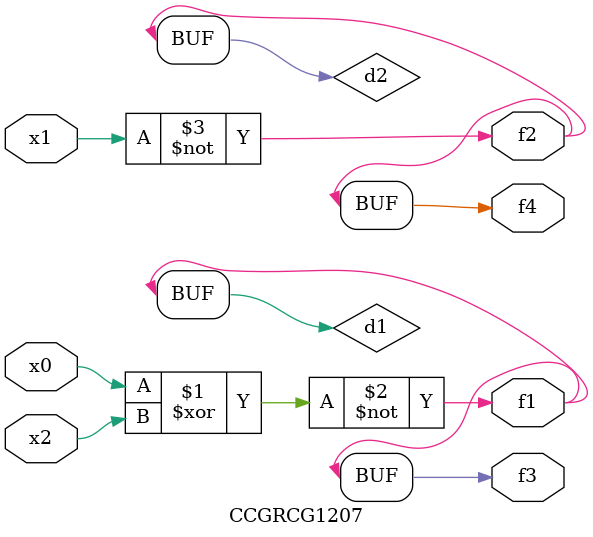
<source format=v>
module CCGRCG1207(
	input x0, x1, x2,
	output f1, f2, f3, f4
);

	wire d1, d2, d3;

	xnor (d1, x0, x2);
	nand (d2, x1);
	nor (d3, x1, x2);
	assign f1 = d1;
	assign f2 = d2;
	assign f3 = d1;
	assign f4 = d2;
endmodule

</source>
